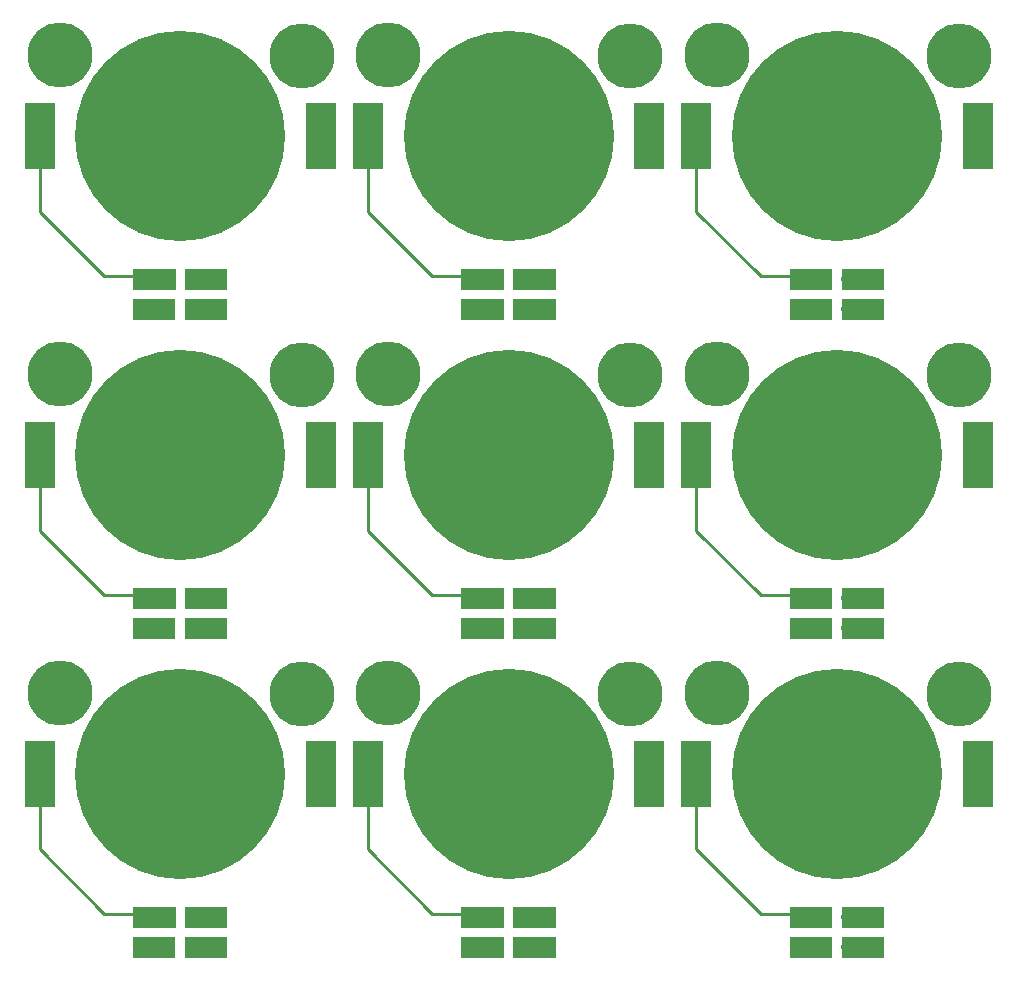
<source format=gbr>
%TF.GenerationSoftware,KiCad,Pcbnew,7.0.2-0*%
%TF.CreationDate,2024-04-22T23:11:51-05:00*%
%TF.ProjectId,SAOpowerboard_panelized,53414f70-6f77-4657-9262-6f6172645f70,rev?*%
%TF.SameCoordinates,Original*%
%TF.FileFunction,Copper,L1,Top*%
%TF.FilePolarity,Positive*%
%FSLAX46Y46*%
G04 Gerber Fmt 4.6, Leading zero omitted, Abs format (unit mm)*
G04 Created by KiCad (PCBNEW 7.0.2-0) date 2024-04-22 23:11:51*
%MOMM*%
%LPD*%
G01*
G04 APERTURE LIST*
%TA.AperFunction,EtchedComponent*%
%ADD10C,0.120000*%
%TD*%
%TA.AperFunction,SMDPad,CuDef*%
%ADD11R,2.600000X5.560000*%
%TD*%
%TA.AperFunction,SMDPad,CuDef*%
%ADD12C,17.800000*%
%TD*%
%TA.AperFunction,ComponentPad*%
%ADD13R,1.727200X1.727200*%
%TD*%
%TA.AperFunction,ComponentPad*%
%ADD14C,1.727200*%
%TD*%
%TA.AperFunction,ComponentPad*%
%ADD15O,1.727200X1.727200*%
%TD*%
%TA.AperFunction,ViaPad*%
%ADD16C,5.500000*%
%TD*%
%TA.AperFunction,ViaPad*%
%ADD17C,0.800000*%
%TD*%
%TA.AperFunction,Conductor*%
%ADD18C,0.250000*%
%TD*%
G04 APERTURE END LIST*
D10*
%TO.C,REF\u002A\u002A*%
X225758996Y-44637892D02*
X222238996Y-44637892D01*
X222238996Y-44637892D02*
X222238996Y-46317892D01*
X222238996Y-46317892D02*
X225758996Y-46317892D01*
X225758996Y-46317892D02*
X225758996Y-44637892D01*
G36*
X225758996Y-44637892D02*
G01*
X222238996Y-44637892D01*
X222238996Y-46317892D01*
X225758996Y-46317892D01*
X225758996Y-44637892D01*
G37*
X225788996Y-42087892D02*
X222268996Y-42087892D01*
X222268996Y-42087892D02*
X222268996Y-43767892D01*
X222268996Y-43767892D02*
X225788996Y-43767892D01*
X225788996Y-43767892D02*
X225788996Y-42087892D01*
G36*
X225788996Y-42087892D02*
G01*
X222268996Y-42087892D01*
X222268996Y-43767892D01*
X225788996Y-43767892D01*
X225788996Y-42087892D01*
G37*
X230168996Y-42097892D02*
X226648996Y-42097892D01*
X226648996Y-42097892D02*
X226648996Y-43777892D01*
X226648996Y-43777892D02*
X230168996Y-43777892D01*
X230168996Y-43777892D02*
X230168996Y-42097892D01*
G36*
X230168996Y-42097892D02*
G01*
X226648996Y-42097892D01*
X226648996Y-43777892D01*
X230168996Y-43777892D01*
X230168996Y-42097892D01*
G37*
X230168996Y-44637892D02*
X226648996Y-44637892D01*
X226648996Y-44637892D02*
X226648996Y-46317892D01*
X226648996Y-46317892D02*
X230168996Y-46317892D01*
X230168996Y-46317892D02*
X230168996Y-44637892D01*
G36*
X230168996Y-44637892D02*
G01*
X226648996Y-44637892D01*
X226648996Y-46317892D01*
X230168996Y-46317892D01*
X230168996Y-44637892D01*
G37*
X225758996Y-71628946D02*
X222238996Y-71628946D01*
X222238996Y-71628946D02*
X222238996Y-73308946D01*
X222238996Y-73308946D02*
X225758996Y-73308946D01*
X225758996Y-73308946D02*
X225758996Y-71628946D01*
G36*
X225758996Y-71628946D02*
G01*
X222238996Y-71628946D01*
X222238996Y-73308946D01*
X225758996Y-73308946D01*
X225758996Y-71628946D01*
G37*
X225788996Y-69078946D02*
X222268996Y-69078946D01*
X222268996Y-69078946D02*
X222268996Y-70758946D01*
X222268996Y-70758946D02*
X225788996Y-70758946D01*
X225788996Y-70758946D02*
X225788996Y-69078946D01*
G36*
X225788996Y-69078946D02*
G01*
X222268996Y-69078946D01*
X222268996Y-70758946D01*
X225788996Y-70758946D01*
X225788996Y-69078946D01*
G37*
X230168996Y-69088946D02*
X226648996Y-69088946D01*
X226648996Y-69088946D02*
X226648996Y-70768946D01*
X226648996Y-70768946D02*
X230168996Y-70768946D01*
X230168996Y-70768946D02*
X230168996Y-69088946D01*
G36*
X230168996Y-69088946D02*
G01*
X226648996Y-69088946D01*
X226648996Y-70768946D01*
X230168996Y-70768946D01*
X230168996Y-69088946D01*
G37*
X230168996Y-71628946D02*
X226648996Y-71628946D01*
X226648996Y-71628946D02*
X226648996Y-73308946D01*
X226648996Y-73308946D02*
X230168996Y-73308946D01*
X230168996Y-73308946D02*
X230168996Y-71628946D01*
G36*
X230168996Y-71628946D02*
G01*
X226648996Y-71628946D01*
X226648996Y-73308946D01*
X230168996Y-73308946D01*
X230168996Y-71628946D01*
G37*
X225758996Y-98620000D02*
X222238996Y-98620000D01*
X222238996Y-98620000D02*
X222238996Y-100300000D01*
X222238996Y-100300000D02*
X225758996Y-100300000D01*
X225758996Y-100300000D02*
X225758996Y-98620000D01*
G36*
X225758996Y-98620000D02*
G01*
X222238996Y-98620000D01*
X222238996Y-100300000D01*
X225758996Y-100300000D01*
X225758996Y-98620000D01*
G37*
X225788996Y-96070000D02*
X222268996Y-96070000D01*
X222268996Y-96070000D02*
X222268996Y-97750000D01*
X222268996Y-97750000D02*
X225788996Y-97750000D01*
X225788996Y-97750000D02*
X225788996Y-96070000D01*
G36*
X225788996Y-96070000D02*
G01*
X222268996Y-96070000D01*
X222268996Y-97750000D01*
X225788996Y-97750000D01*
X225788996Y-96070000D01*
G37*
X230168996Y-96080000D02*
X226648996Y-96080000D01*
X226648996Y-96080000D02*
X226648996Y-97760000D01*
X226648996Y-97760000D02*
X230168996Y-97760000D01*
X230168996Y-97760000D02*
X230168996Y-96080000D01*
G36*
X230168996Y-96080000D02*
G01*
X226648996Y-96080000D01*
X226648996Y-97760000D01*
X230168996Y-97760000D01*
X230168996Y-96080000D01*
G37*
X230168996Y-98620000D02*
X226648996Y-98620000D01*
X226648996Y-98620000D02*
X226648996Y-100300000D01*
X226648996Y-100300000D02*
X230168996Y-100300000D01*
X230168996Y-100300000D02*
X230168996Y-98620000D01*
G36*
X230168996Y-98620000D02*
G01*
X226648996Y-98620000D01*
X226648996Y-100300000D01*
X230168996Y-100300000D01*
X230168996Y-98620000D01*
G37*
X197956998Y-44637892D02*
X194436998Y-44637892D01*
X194436998Y-44637892D02*
X194436998Y-46317892D01*
X194436998Y-46317892D02*
X197956998Y-46317892D01*
X197956998Y-46317892D02*
X197956998Y-44637892D01*
G36*
X197956998Y-44637892D02*
G01*
X194436998Y-44637892D01*
X194436998Y-46317892D01*
X197956998Y-46317892D01*
X197956998Y-44637892D01*
G37*
X197986998Y-42087892D02*
X194466998Y-42087892D01*
X194466998Y-42087892D02*
X194466998Y-43767892D01*
X194466998Y-43767892D02*
X197986998Y-43767892D01*
X197986998Y-43767892D02*
X197986998Y-42087892D01*
G36*
X197986998Y-42087892D02*
G01*
X194466998Y-42087892D01*
X194466998Y-43767892D01*
X197986998Y-43767892D01*
X197986998Y-42087892D01*
G37*
X202366998Y-42097892D02*
X198846998Y-42097892D01*
X198846998Y-42097892D02*
X198846998Y-43777892D01*
X198846998Y-43777892D02*
X202366998Y-43777892D01*
X202366998Y-43777892D02*
X202366998Y-42097892D01*
G36*
X202366998Y-42097892D02*
G01*
X198846998Y-42097892D01*
X198846998Y-43777892D01*
X202366998Y-43777892D01*
X202366998Y-42097892D01*
G37*
X202366998Y-44637892D02*
X198846998Y-44637892D01*
X198846998Y-44637892D02*
X198846998Y-46317892D01*
X198846998Y-46317892D02*
X202366998Y-46317892D01*
X202366998Y-46317892D02*
X202366998Y-44637892D01*
G36*
X202366998Y-44637892D02*
G01*
X198846998Y-44637892D01*
X198846998Y-46317892D01*
X202366998Y-46317892D01*
X202366998Y-44637892D01*
G37*
X197956998Y-71628946D02*
X194436998Y-71628946D01*
X194436998Y-71628946D02*
X194436998Y-73308946D01*
X194436998Y-73308946D02*
X197956998Y-73308946D01*
X197956998Y-73308946D02*
X197956998Y-71628946D01*
G36*
X197956998Y-71628946D02*
G01*
X194436998Y-71628946D01*
X194436998Y-73308946D01*
X197956998Y-73308946D01*
X197956998Y-71628946D01*
G37*
X197986998Y-69078946D02*
X194466998Y-69078946D01*
X194466998Y-69078946D02*
X194466998Y-70758946D01*
X194466998Y-70758946D02*
X197986998Y-70758946D01*
X197986998Y-70758946D02*
X197986998Y-69078946D01*
G36*
X197986998Y-69078946D02*
G01*
X194466998Y-69078946D01*
X194466998Y-70758946D01*
X197986998Y-70758946D01*
X197986998Y-69078946D01*
G37*
X202366998Y-69088946D02*
X198846998Y-69088946D01*
X198846998Y-69088946D02*
X198846998Y-70768946D01*
X198846998Y-70768946D02*
X202366998Y-70768946D01*
X202366998Y-70768946D02*
X202366998Y-69088946D01*
G36*
X202366998Y-69088946D02*
G01*
X198846998Y-69088946D01*
X198846998Y-70768946D01*
X202366998Y-70768946D01*
X202366998Y-69088946D01*
G37*
X202366998Y-71628946D02*
X198846998Y-71628946D01*
X198846998Y-71628946D02*
X198846998Y-73308946D01*
X198846998Y-73308946D02*
X202366998Y-73308946D01*
X202366998Y-73308946D02*
X202366998Y-71628946D01*
G36*
X202366998Y-71628946D02*
G01*
X198846998Y-71628946D01*
X198846998Y-73308946D01*
X202366998Y-73308946D01*
X202366998Y-71628946D01*
G37*
X197956998Y-98620000D02*
X194436998Y-98620000D01*
X194436998Y-98620000D02*
X194436998Y-100300000D01*
X194436998Y-100300000D02*
X197956998Y-100300000D01*
X197956998Y-100300000D02*
X197956998Y-98620000D01*
G36*
X197956998Y-98620000D02*
G01*
X194436998Y-98620000D01*
X194436998Y-100300000D01*
X197956998Y-100300000D01*
X197956998Y-98620000D01*
G37*
X197986998Y-96070000D02*
X194466998Y-96070000D01*
X194466998Y-96070000D02*
X194466998Y-97750000D01*
X194466998Y-97750000D02*
X197986998Y-97750000D01*
X197986998Y-97750000D02*
X197986998Y-96070000D01*
G36*
X197986998Y-96070000D02*
G01*
X194466998Y-96070000D01*
X194466998Y-97750000D01*
X197986998Y-97750000D01*
X197986998Y-96070000D01*
G37*
X202366998Y-96080000D02*
X198846998Y-96080000D01*
X198846998Y-96080000D02*
X198846998Y-97760000D01*
X198846998Y-97760000D02*
X202366998Y-97760000D01*
X202366998Y-97760000D02*
X202366998Y-96080000D01*
G36*
X202366998Y-96080000D02*
G01*
X198846998Y-96080000D01*
X198846998Y-97760000D01*
X202366998Y-97760000D01*
X202366998Y-96080000D01*
G37*
X202366998Y-98620000D02*
X198846998Y-98620000D01*
X198846998Y-98620000D02*
X198846998Y-100300000D01*
X198846998Y-100300000D02*
X202366998Y-100300000D01*
X202366998Y-100300000D02*
X202366998Y-98620000D01*
G36*
X202366998Y-98620000D02*
G01*
X198846998Y-98620000D01*
X198846998Y-100300000D01*
X202366998Y-100300000D01*
X202366998Y-98620000D01*
G37*
X170155000Y-44637892D02*
X166635000Y-44637892D01*
X166635000Y-44637892D02*
X166635000Y-46317892D01*
X166635000Y-46317892D02*
X170155000Y-46317892D01*
X170155000Y-46317892D02*
X170155000Y-44637892D01*
G36*
X170155000Y-44637892D02*
G01*
X166635000Y-44637892D01*
X166635000Y-46317892D01*
X170155000Y-46317892D01*
X170155000Y-44637892D01*
G37*
X170185000Y-42087892D02*
X166665000Y-42087892D01*
X166665000Y-42087892D02*
X166665000Y-43767892D01*
X166665000Y-43767892D02*
X170185000Y-43767892D01*
X170185000Y-43767892D02*
X170185000Y-42087892D01*
G36*
X170185000Y-42087892D02*
G01*
X166665000Y-42087892D01*
X166665000Y-43767892D01*
X170185000Y-43767892D01*
X170185000Y-42087892D01*
G37*
X174565000Y-42097892D02*
X171045000Y-42097892D01*
X171045000Y-42097892D02*
X171045000Y-43777892D01*
X171045000Y-43777892D02*
X174565000Y-43777892D01*
X174565000Y-43777892D02*
X174565000Y-42097892D01*
G36*
X174565000Y-42097892D02*
G01*
X171045000Y-42097892D01*
X171045000Y-43777892D01*
X174565000Y-43777892D01*
X174565000Y-42097892D01*
G37*
X174565000Y-44637892D02*
X171045000Y-44637892D01*
X171045000Y-44637892D02*
X171045000Y-46317892D01*
X171045000Y-46317892D02*
X174565000Y-46317892D01*
X174565000Y-46317892D02*
X174565000Y-44637892D01*
G36*
X174565000Y-44637892D02*
G01*
X171045000Y-44637892D01*
X171045000Y-46317892D01*
X174565000Y-46317892D01*
X174565000Y-44637892D01*
G37*
X170155000Y-71628946D02*
X166635000Y-71628946D01*
X166635000Y-71628946D02*
X166635000Y-73308946D01*
X166635000Y-73308946D02*
X170155000Y-73308946D01*
X170155000Y-73308946D02*
X170155000Y-71628946D01*
G36*
X170155000Y-71628946D02*
G01*
X166635000Y-71628946D01*
X166635000Y-73308946D01*
X170155000Y-73308946D01*
X170155000Y-71628946D01*
G37*
X170185000Y-69078946D02*
X166665000Y-69078946D01*
X166665000Y-69078946D02*
X166665000Y-70758946D01*
X166665000Y-70758946D02*
X170185000Y-70758946D01*
X170185000Y-70758946D02*
X170185000Y-69078946D01*
G36*
X170185000Y-69078946D02*
G01*
X166665000Y-69078946D01*
X166665000Y-70758946D01*
X170185000Y-70758946D01*
X170185000Y-69078946D01*
G37*
X174565000Y-69088946D02*
X171045000Y-69088946D01*
X171045000Y-69088946D02*
X171045000Y-70768946D01*
X171045000Y-70768946D02*
X174565000Y-70768946D01*
X174565000Y-70768946D02*
X174565000Y-69088946D01*
G36*
X174565000Y-69088946D02*
G01*
X171045000Y-69088946D01*
X171045000Y-70768946D01*
X174565000Y-70768946D01*
X174565000Y-69088946D01*
G37*
X174565000Y-71628946D02*
X171045000Y-71628946D01*
X171045000Y-71628946D02*
X171045000Y-73308946D01*
X171045000Y-73308946D02*
X174565000Y-73308946D01*
X174565000Y-73308946D02*
X174565000Y-71628946D01*
G36*
X174565000Y-71628946D02*
G01*
X171045000Y-71628946D01*
X171045000Y-73308946D01*
X174565000Y-73308946D01*
X174565000Y-71628946D01*
G37*
X170155000Y-98620000D02*
X166635000Y-98620000D01*
X166635000Y-98620000D02*
X166635000Y-100300000D01*
X166635000Y-100300000D02*
X170155000Y-100300000D01*
X170155000Y-100300000D02*
X170155000Y-98620000D01*
G36*
X170155000Y-98620000D02*
G01*
X166635000Y-98620000D01*
X166635000Y-100300000D01*
X170155000Y-100300000D01*
X170155000Y-98620000D01*
G37*
X170185000Y-96070000D02*
X166665000Y-96070000D01*
X166665000Y-96070000D02*
X166665000Y-97750000D01*
X166665000Y-97750000D02*
X170185000Y-97750000D01*
X170185000Y-97750000D02*
X170185000Y-96070000D01*
G36*
X170185000Y-96070000D02*
G01*
X166665000Y-96070000D01*
X166665000Y-97750000D01*
X170185000Y-97750000D01*
X170185000Y-96070000D01*
G37*
X174565000Y-96080000D02*
X171045000Y-96080000D01*
X171045000Y-96080000D02*
X171045000Y-97760000D01*
X171045000Y-97760000D02*
X174565000Y-97760000D01*
X174565000Y-97760000D02*
X174565000Y-96080000D01*
G36*
X174565000Y-96080000D02*
G01*
X171045000Y-96080000D01*
X171045000Y-97760000D01*
X174565000Y-97760000D01*
X174565000Y-96080000D01*
G37*
X174565000Y-98620000D02*
X171045000Y-98620000D01*
X171045000Y-98620000D02*
X171045000Y-100300000D01*
X171045000Y-100300000D02*
X174565000Y-100300000D01*
X174565000Y-100300000D02*
X174565000Y-98620000D01*
G36*
X174565000Y-98620000D02*
G01*
X171045000Y-98620000D01*
X171045000Y-100300000D01*
X174565000Y-100300000D01*
X174565000Y-98620000D01*
G37*
%TD*%
D11*
%TO.P,REF\u002A\u002A,1*%
%TO.N,N/C*%
X214348996Y-30827892D03*
X238158996Y-30827892D03*
D12*
%TO.P,REF\u002A\u002A,2*%
X226253996Y-30827892D03*
%TD*%
D11*
%TO.P,REF\u002A\u002A,1*%
%TO.N,N/C*%
X214348996Y-57818946D03*
X238158996Y-57818946D03*
D12*
%TO.P,REF\u002A\u002A,2*%
X226253996Y-57818946D03*
%TD*%
D11*
%TO.P,REF\u002A\u002A,1*%
%TO.N,N/C*%
X214348996Y-84810000D03*
X238158996Y-84810000D03*
D12*
%TO.P,REF\u002A\u002A,2*%
X226253996Y-84810000D03*
%TD*%
D11*
%TO.P,REF\u002A\u002A,1*%
%TO.N,N/C*%
X186546998Y-30827892D03*
X210356998Y-30827892D03*
D12*
%TO.P,REF\u002A\u002A,2*%
X198451998Y-30827892D03*
%TD*%
D11*
%TO.P,REF\u002A\u002A,1*%
%TO.N,N/C*%
X186546998Y-57818946D03*
X210356998Y-57818946D03*
D12*
%TO.P,REF\u002A\u002A,2*%
X198451998Y-57818946D03*
%TD*%
D11*
%TO.P,REF\u002A\u002A,1*%
%TO.N,N/C*%
X186546998Y-84810000D03*
X210356998Y-84810000D03*
D12*
%TO.P,REF\u002A\u002A,2*%
X198451998Y-84810000D03*
%TD*%
D11*
%TO.P,REF\u002A\u002A,1*%
%TO.N,N/C*%
X158745000Y-30827892D03*
X182555000Y-30827892D03*
D12*
%TO.P,REF\u002A\u002A,2*%
X170650000Y-30827892D03*
%TD*%
D11*
%TO.P,REF\u002A\u002A,1*%
%TO.N,N/C*%
X158745000Y-57818946D03*
X182555000Y-57818946D03*
D12*
%TO.P,REF\u002A\u002A,2*%
X170650000Y-57818946D03*
%TD*%
D13*
%TO.P,REF\u002A\u002A,1*%
%TO.N,N/C*%
X224928996Y-42937892D03*
D14*
%TO.P,REF\u002A\u002A,2*%
X224928996Y-45477892D03*
D15*
%TO.P,REF\u002A\u002A,3*%
X227468996Y-42937892D03*
%TO.P,REF\u002A\u002A,4*%
X227468996Y-45477892D03*
%TD*%
D13*
%TO.P,REF\u002A\u002A,1*%
%TO.N,N/C*%
X224928996Y-69928946D03*
D14*
%TO.P,REF\u002A\u002A,2*%
X224928996Y-72468946D03*
D15*
%TO.P,REF\u002A\u002A,3*%
X227468996Y-69928946D03*
%TO.P,REF\u002A\u002A,4*%
X227468996Y-72468946D03*
%TD*%
D13*
%TO.P,REF\u002A\u002A,1*%
%TO.N,N/C*%
X224928996Y-96920000D03*
D14*
%TO.P,REF\u002A\u002A,2*%
X224928996Y-99460000D03*
D15*
%TO.P,REF\u002A\u002A,3*%
X227468996Y-96920000D03*
%TO.P,REF\u002A\u002A,4*%
X227468996Y-99460000D03*
%TD*%
D13*
%TO.P,REF\u002A\u002A,1*%
%TO.N,N/C*%
X197126998Y-42937892D03*
D14*
%TO.P,REF\u002A\u002A,2*%
X197126998Y-45477892D03*
D15*
%TO.P,REF\u002A\u002A,3*%
X199666998Y-42937892D03*
%TO.P,REF\u002A\u002A,4*%
X199666998Y-45477892D03*
%TD*%
D13*
%TO.P,REF\u002A\u002A,1*%
%TO.N,N/C*%
X197126998Y-69928946D03*
D14*
%TO.P,REF\u002A\u002A,2*%
X197126998Y-72468946D03*
D15*
%TO.P,REF\u002A\u002A,3*%
X199666998Y-69928946D03*
%TO.P,REF\u002A\u002A,4*%
X199666998Y-72468946D03*
%TD*%
D13*
%TO.P,REF\u002A\u002A,1*%
%TO.N,N/C*%
X197126998Y-96920000D03*
D14*
%TO.P,REF\u002A\u002A,2*%
X197126998Y-99460000D03*
D15*
%TO.P,REF\u002A\u002A,3*%
X199666998Y-96920000D03*
%TO.P,REF\u002A\u002A,4*%
X199666998Y-99460000D03*
%TD*%
D13*
%TO.P,REF\u002A\u002A,1*%
%TO.N,N/C*%
X169325000Y-42937892D03*
D14*
%TO.P,REF\u002A\u002A,2*%
X169325000Y-45477892D03*
D15*
%TO.P,REF\u002A\u002A,3*%
X171865000Y-42937892D03*
%TO.P,REF\u002A\u002A,4*%
X171865000Y-45477892D03*
%TD*%
D13*
%TO.P,REF\u002A\u002A,1*%
%TO.N,N/C*%
X169325000Y-69928946D03*
D14*
%TO.P,REF\u002A\u002A,2*%
X169325000Y-72468946D03*
D15*
%TO.P,REF\u002A\u002A,3*%
X171865000Y-69928946D03*
%TO.P,REF\u002A\u002A,4*%
X171865000Y-72468946D03*
%TD*%
D13*
%TO.P,REF\u002A\u002A,1*%
%TO.N,N/C*%
X169325000Y-96920000D03*
D14*
%TO.P,REF\u002A\u002A,2*%
X169325000Y-99460000D03*
D15*
%TO.P,REF\u002A\u002A,3*%
X171865000Y-96920000D03*
%TO.P,REF\u002A\u002A,4*%
X171865000Y-99460000D03*
%TD*%
D11*
%TO.P,REF\u002A\u002A,1*%
%TO.N,N/C*%
X158745000Y-84810000D03*
X182555000Y-84810000D03*
D12*
%TO.P,REF\u002A\u002A,2*%
X170650000Y-84810000D03*
%TD*%
D16*
%TO.N,*%
X236563996Y-24017892D03*
X236563996Y-51008946D03*
X236563996Y-78000000D03*
X208761998Y-24017892D03*
X208761998Y-51008946D03*
X208761998Y-78000000D03*
X180960000Y-24017892D03*
X180960000Y-51008946D03*
X216059996Y-23957892D03*
X216059996Y-50948946D03*
X216059996Y-77940000D03*
X188257998Y-23957892D03*
X188257998Y-50948946D03*
X188257998Y-77940000D03*
X160456000Y-23957892D03*
X160456000Y-50948946D03*
D17*
X229783996Y-34157892D03*
X229783996Y-61148946D03*
X229783996Y-88140000D03*
X201981998Y-34157892D03*
X201981998Y-61148946D03*
X201981998Y-88140000D03*
X174180000Y-34157892D03*
X174180000Y-61148946D03*
X174180000Y-88140000D03*
D16*
X160456000Y-77940000D03*
X180960000Y-78000000D03*
%TD*%
D18*
%TO.N,*%
X226253996Y-30827892D02*
X226253996Y-35577892D01*
X226253996Y-57818946D02*
X226253996Y-62568946D01*
X226253996Y-84810000D02*
X226253996Y-89560000D01*
X198451998Y-30827892D02*
X198451998Y-35577892D01*
X198451998Y-57818946D02*
X198451998Y-62568946D01*
X198451998Y-84810000D02*
X198451998Y-89560000D01*
X170650000Y-30827892D02*
X170650000Y-35577892D01*
X170650000Y-57818946D02*
X170650000Y-62568946D01*
X214348996Y-37222892D02*
X214348996Y-30827892D01*
X214348996Y-64213946D02*
X214348996Y-57818946D01*
X214348996Y-91205000D02*
X214348996Y-84810000D01*
X186546998Y-37222892D02*
X186546998Y-30827892D01*
X186546998Y-64213946D02*
X186546998Y-57818946D01*
X186546998Y-91205000D02*
X186546998Y-84810000D01*
X158745000Y-37222892D02*
X158745000Y-30827892D01*
X158745000Y-64213946D02*
X158745000Y-57818946D01*
X219803996Y-42677892D02*
X214348996Y-37222892D01*
X219803996Y-69668946D02*
X214348996Y-64213946D01*
X219803996Y-96660000D02*
X214348996Y-91205000D01*
X192001998Y-42677892D02*
X186546998Y-37222892D01*
X192001998Y-69668946D02*
X186546998Y-64213946D01*
X192001998Y-96660000D02*
X186546998Y-91205000D01*
X164200000Y-42677892D02*
X158745000Y-37222892D01*
X164200000Y-69668946D02*
X158745000Y-64213946D01*
X224803996Y-42677892D02*
X219803996Y-42677892D01*
X224803996Y-69668946D02*
X219803996Y-69668946D01*
X224803996Y-96660000D02*
X219803996Y-96660000D01*
X197001998Y-42677892D02*
X192001998Y-42677892D01*
X197001998Y-69668946D02*
X192001998Y-69668946D01*
X197001998Y-96660000D02*
X192001998Y-96660000D01*
X169200000Y-42677892D02*
X164200000Y-42677892D01*
X169200000Y-69668946D02*
X164200000Y-69668946D01*
X169200000Y-96660000D02*
X164200000Y-96660000D01*
X164200000Y-96660000D02*
X158745000Y-91205000D01*
X158745000Y-91205000D02*
X158745000Y-84810000D01*
X170650000Y-84810000D02*
X170650000Y-89560000D01*
%TD*%
M02*

</source>
